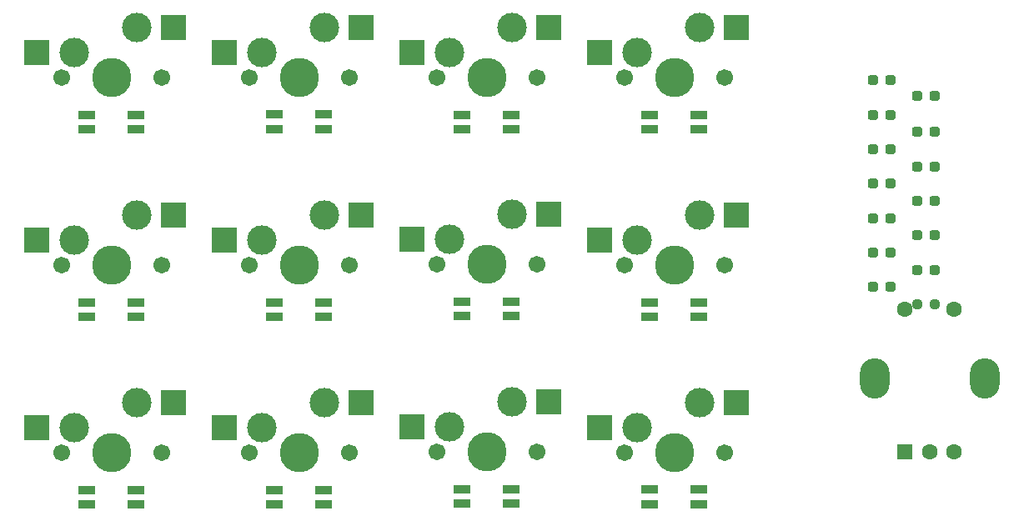
<source format=gbr>
%TF.GenerationSoftware,KiCad,Pcbnew,7.0.10*%
%TF.CreationDate,2026-02-14T21:30:49-08:00*%
%TF.ProjectId,12kempV2.1,31326b65-6d70-4563-922e-312e6b696361,rev?*%
%TF.SameCoordinates,Original*%
%TF.FileFunction,Soldermask,Bot*%
%TF.FilePolarity,Negative*%
%FSLAX46Y46*%
G04 Gerber Fmt 4.6, Leading zero omitted, Abs format (unit mm)*
G04 Created by KiCad (PCBNEW 7.0.10) date 2026-02-14 21:30:49*
%MOMM*%
%LPD*%
G01*
G04 APERTURE LIST*
G04 Aperture macros list*
%AMRoundRect*
0 Rectangle with rounded corners*
0 $1 Rounding radius*
0 $2 $3 $4 $5 $6 $7 $8 $9 X,Y pos of 4 corners*
0 Add a 4 corners polygon primitive as box body*
4,1,4,$2,$3,$4,$5,$6,$7,$8,$9,$2,$3,0*
0 Add four circle primitives for the rounded corners*
1,1,$1+$1,$2,$3*
1,1,$1+$1,$4,$5*
1,1,$1+$1,$6,$7*
1,1,$1+$1,$8,$9*
0 Add four rect primitives between the rounded corners*
20,1,$1+$1,$2,$3,$4,$5,0*
20,1,$1+$1,$4,$5,$6,$7,0*
20,1,$1+$1,$6,$7,$8,$9,0*
20,1,$1+$1,$8,$9,$2,$3,0*%
G04 Aperture macros list end*
%ADD10C,1.701800*%
%ADD11C,3.000000*%
%ADD12C,3.987800*%
%ADD13R,2.550000X2.500000*%
%ADD14RoundRect,0.250000X0.550000X-0.550000X0.550000X0.550000X-0.550000X0.550000X-0.550000X-0.550000X0*%
%ADD15C,1.600000*%
%ADD16O,3.000000X4.100000*%
%ADD17R,1.803400X0.812800*%
%ADD18RoundRect,0.237500X0.287500X0.237500X-0.287500X0.237500X-0.287500X-0.237500X0.287500X-0.237500X0*%
%ADD19RoundRect,0.237500X0.250000X0.237500X-0.250000X0.237500X-0.250000X-0.237500X0.250000X-0.237500X0*%
G04 APERTURE END LIST*
D10*
%TO.C,SW2*%
X123647500Y-70700000D03*
D11*
X124917500Y-68160000D03*
D12*
X128727500Y-70700000D03*
D11*
X131267500Y-65620000D03*
D10*
X133807500Y-70700000D03*
D13*
X135017500Y-65620000D03*
X121167500Y-68160000D03*
%TD*%
D10*
%TO.C,SW7*%
X142697500Y-89670000D03*
D11*
X143967500Y-87130000D03*
D12*
X147777500Y-89670000D03*
D11*
X150317500Y-84590000D03*
D10*
X152857500Y-89670000D03*
D13*
X154067500Y-84590000D03*
X140217500Y-87130000D03*
%TD*%
D10*
%TO.C,SW5*%
X104597500Y-89750000D03*
D11*
X105867500Y-87210000D03*
D12*
X109677500Y-89750000D03*
D11*
X112217500Y-84670000D03*
D10*
X114757500Y-89750000D03*
D13*
X115967500Y-84670000D03*
X102117500Y-87210000D03*
%TD*%
D10*
%TO.C,SW11*%
X142710000Y-108720000D03*
D11*
X143980000Y-106180000D03*
D12*
X147790000Y-108720000D03*
D11*
X150330000Y-103640000D03*
D10*
X152870000Y-108720000D03*
D13*
X154080000Y-103640000D03*
X140230000Y-106180000D03*
%TD*%
D10*
%TO.C,SW10*%
X123647500Y-108800000D03*
D11*
X124917500Y-106260000D03*
D12*
X128727500Y-108800000D03*
D11*
X131267500Y-103720000D03*
D10*
X133807500Y-108800000D03*
D13*
X135017500Y-103720000D03*
X121167500Y-106260000D03*
%TD*%
D10*
%TO.C,SW1*%
X104597500Y-70700000D03*
D11*
X105867500Y-68160000D03*
D12*
X109677500Y-70700000D03*
D11*
X112217500Y-65620000D03*
D10*
X114757500Y-70700000D03*
D13*
X115967500Y-65620000D03*
X102117500Y-68160000D03*
%TD*%
D10*
%TO.C,SW8*%
X161747500Y-89750000D03*
D11*
X163017500Y-87210000D03*
D12*
X166827500Y-89750000D03*
D11*
X169367500Y-84670000D03*
D10*
X171907500Y-89750000D03*
D13*
X173117500Y-84670000D03*
X159267500Y-87210000D03*
%TD*%
D10*
%TO.C,SW6*%
X123647500Y-89750000D03*
D11*
X124917500Y-87210000D03*
D12*
X128727500Y-89750000D03*
D11*
X131267500Y-84670000D03*
D10*
X133807500Y-89750000D03*
D13*
X135017500Y-84670000D03*
X121167500Y-87210000D03*
%TD*%
D10*
%TO.C,SW9*%
X104597500Y-108800000D03*
D11*
X105867500Y-106260000D03*
D12*
X109677500Y-108800000D03*
D11*
X112217500Y-103720000D03*
D10*
X114757500Y-108800000D03*
D13*
X115967500Y-103720000D03*
X102117500Y-106260000D03*
%TD*%
D10*
%TO.C,SW12*%
X161747500Y-108800000D03*
D11*
X163017500Y-106260000D03*
D12*
X166827500Y-108800000D03*
D11*
X169367500Y-103720000D03*
D10*
X171907500Y-108800000D03*
D13*
X173117500Y-103720000D03*
X159267500Y-106260000D03*
%TD*%
D10*
%TO.C,SW3*%
X142697500Y-70700000D03*
D11*
X143967500Y-68160000D03*
D12*
X147777500Y-70700000D03*
D11*
X150317500Y-65620000D03*
D10*
X152857500Y-70700000D03*
D13*
X154067500Y-65620000D03*
X140217500Y-68160000D03*
%TD*%
D14*
%TO.C,SW13*%
X190250000Y-108750000D03*
D15*
X195250000Y-108750000D03*
X192750000Y-108750000D03*
X190250000Y-94250000D03*
X195250000Y-94250000D03*
D16*
X187150000Y-101250000D03*
X198350000Y-101250000D03*
%TD*%
D10*
%TO.C,SW4*%
X161747500Y-70700000D03*
D11*
X163017500Y-68160000D03*
D12*
X166827500Y-70700000D03*
D11*
X169367500Y-65620000D03*
D10*
X171907500Y-70700000D03*
D13*
X173117500Y-65620000D03*
X159267500Y-68160000D03*
%TD*%
D17*
%TO.C,LED6*%
X131231900Y-95049300D03*
X131231900Y-93550700D03*
X126228100Y-93550700D03*
X126228100Y-95049300D03*
%TD*%
D18*
%TO.C,D8*%
X188764500Y-74500000D03*
X187014500Y-74500000D03*
%TD*%
D17*
%TO.C,LED9*%
X112181900Y-114099300D03*
X112181900Y-112600700D03*
X107178100Y-112600700D03*
X107178100Y-114099300D03*
%TD*%
D18*
%TO.C,D3*%
X193264500Y-79750000D03*
X191514500Y-79750000D03*
%TD*%
%TO.C,D6*%
X193264500Y-90250000D03*
X191514500Y-90250000D03*
%TD*%
D17*
%TO.C,LED1*%
X112181900Y-75999300D03*
X112181900Y-74500700D03*
X107178100Y-74500700D03*
X107178100Y-75999300D03*
%TD*%
D18*
%TO.C,D13*%
X188764500Y-92000000D03*
X187014500Y-92000000D03*
%TD*%
%TO.C,D11*%
X188764500Y-85000000D03*
X187014500Y-85000000D03*
%TD*%
%TO.C,D1*%
X193264500Y-72600000D03*
X191514500Y-72600000D03*
%TD*%
D17*
%TO.C,LED3*%
X150281900Y-75999300D03*
X150281900Y-74500700D03*
X145278100Y-74500700D03*
X145278100Y-75999300D03*
%TD*%
D18*
%TO.C,D10*%
X188764500Y-81500000D03*
X187014500Y-81500000D03*
%TD*%
D17*
%TO.C,LED4*%
X169321900Y-75999300D03*
X169321900Y-74500700D03*
X164318100Y-74500700D03*
X164318100Y-75999300D03*
%TD*%
%TO.C,LED5*%
X112181900Y-95049300D03*
X112181900Y-93550700D03*
X107178100Y-93550700D03*
X107178100Y-95049300D03*
%TD*%
%TO.C,LED8*%
X169331900Y-95049300D03*
X169331900Y-93550700D03*
X164328100Y-93550700D03*
X164328100Y-95049300D03*
%TD*%
D18*
%TO.C,D5*%
X193264500Y-86750000D03*
X191514500Y-86750000D03*
%TD*%
%TO.C,D9*%
X188764500Y-78000000D03*
X187014500Y-78000000D03*
%TD*%
D17*
%TO.C,LED7*%
X150281900Y-94979300D03*
X150281900Y-93480700D03*
X145278100Y-93480700D03*
X145278100Y-94979300D03*
%TD*%
%TO.C,LED12*%
X169331900Y-114089300D03*
X169331900Y-112590700D03*
X164328100Y-112590700D03*
X164328100Y-114089300D03*
%TD*%
D19*
%TO.C,R1*%
X193302000Y-93750000D03*
X191477000Y-93750000D03*
%TD*%
D17*
%TO.C,LED2*%
X131231900Y-75989300D03*
X131231900Y-74490700D03*
X126228100Y-74490700D03*
X126228100Y-75989300D03*
%TD*%
%TO.C,LED10*%
X131241900Y-114099300D03*
X131241900Y-112600700D03*
X126238100Y-112600700D03*
X126238100Y-114099300D03*
%TD*%
%TO.C,LED11*%
X150291900Y-114019300D03*
X150291900Y-112520700D03*
X145288100Y-112520700D03*
X145288100Y-114019300D03*
%TD*%
D18*
%TO.C,D12*%
X188764500Y-88500000D03*
X187014500Y-88500000D03*
%TD*%
%TO.C,D2*%
X193264500Y-76250000D03*
X191514500Y-76250000D03*
%TD*%
%TO.C,D4*%
X193264500Y-83250000D03*
X191514500Y-83250000D03*
%TD*%
%TO.C,D7*%
X188764500Y-71000000D03*
X187014500Y-71000000D03*
%TD*%
M02*

</source>
